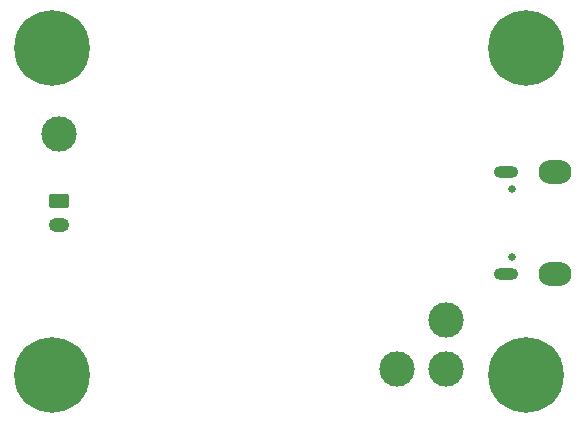
<source format=gbr>
%TF.GenerationSoftware,KiCad,Pcbnew,9.0.1*%
%TF.CreationDate,2025-04-10T15:19:35-04:00*%
%TF.ProjectId,ride-along-module,72696465-2d61-46c6-9f6e-672d6d6f6475,rev?*%
%TF.SameCoordinates,Original*%
%TF.FileFunction,Soldermask,Bot*%
%TF.FilePolarity,Negative*%
%FSLAX46Y46*%
G04 Gerber Fmt 4.6, Leading zero omitted, Abs format (unit mm)*
G04 Created by KiCad (PCBNEW 9.0.1) date 2025-04-10 15:19:35*
%MOMM*%
%LPD*%
G01*
G04 APERTURE LIST*
G04 Aperture macros list*
%AMRoundRect*
0 Rectangle with rounded corners*
0 $1 Rounding radius*
0 $2 $3 $4 $5 $6 $7 $8 $9 X,Y pos of 4 corners*
0 Add a 4 corners polygon primitive as box body*
4,1,4,$2,$3,$4,$5,$6,$7,$8,$9,$2,$3,0*
0 Add four circle primitives for the rounded corners*
1,1,$1+$1,$2,$3*
1,1,$1+$1,$4,$5*
1,1,$1+$1,$6,$7*
1,1,$1+$1,$8,$9*
0 Add four rect primitives between the rounded corners*
20,1,$1+$1,$2,$3,$4,$5,0*
20,1,$1+$1,$4,$5,$6,$7,0*
20,1,$1+$1,$6,$7,$8,$9,0*
20,1,$1+$1,$8,$9,$2,$3,0*%
G04 Aperture macros list end*
%ADD10C,0.800000*%
%ADD11C,6.400000*%
%ADD12C,3.000000*%
%ADD13RoundRect,0.250000X-0.625000X0.350000X-0.625000X-0.350000X0.625000X-0.350000X0.625000X0.350000X0*%
%ADD14O,1.750000X1.200000*%
%ADD15C,0.650000*%
%ADD16O,2.100000X1.000000*%
%ADD17O,2.794000X2.032000*%
G04 APERTURE END LIST*
D10*
%TO.C,H1*%
X158128000Y-84836000D03*
X158830944Y-83138944D03*
X158830944Y-86533056D03*
X160528000Y-82436000D03*
D11*
X160528000Y-84836000D03*
D10*
X160528000Y-87236000D03*
X162225056Y-83138944D03*
X162225056Y-86533056D03*
X162928000Y-84836000D03*
%TD*%
%TO.C,H4*%
X117996000Y-57150000D03*
X118698944Y-55452944D03*
X118698944Y-58847056D03*
X120396000Y-54750000D03*
D11*
X120396000Y-57150000D03*
D10*
X120396000Y-59550000D03*
X122093056Y-55452944D03*
X122093056Y-58847056D03*
X122796000Y-57150000D03*
%TD*%
%TO.C,H3*%
X117996000Y-84836000D03*
X118698944Y-83138944D03*
X118698944Y-86533056D03*
X120396000Y-82436000D03*
D11*
X120396000Y-84836000D03*
D10*
X120396000Y-87236000D03*
X122093056Y-83138944D03*
X122093056Y-86533056D03*
X122796000Y-84836000D03*
%TD*%
D12*
%TO.C,TP3*%
X149606000Y-84328000D03*
%TD*%
%TO.C,TP4*%
X121031000Y-64389000D03*
%TD*%
D10*
%TO.C,H2*%
X158128000Y-57150000D03*
X158830944Y-55452944D03*
X158830944Y-58847056D03*
X160528000Y-54750000D03*
D11*
X160528000Y-57150000D03*
D10*
X160528000Y-59550000D03*
X162225056Y-55452944D03*
X162225056Y-58847056D03*
X162928000Y-57150000D03*
%TD*%
D12*
%TO.C,TP1*%
X153797000Y-80137000D03*
%TD*%
%TO.C,TP2*%
X153797000Y-84328000D03*
%TD*%
D13*
%TO.C,BT1*%
X121031000Y-70120000D03*
D14*
X121031000Y-72120000D03*
%TD*%
D15*
%TO.C,J1*%
X159330600Y-74822800D03*
X159330600Y-69042800D03*
D16*
X158830600Y-76252800D03*
D17*
X163010600Y-76252800D03*
D16*
X158830600Y-67612800D03*
D17*
X163010600Y-67612800D03*
%TD*%
M02*

</source>
